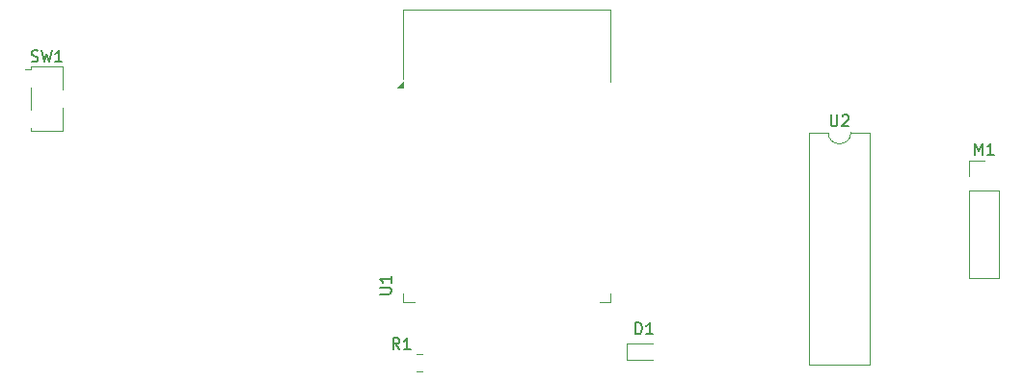
<source format=gbr>
%TF.GenerationSoftware,KiCad,Pcbnew,8.0.8*%
%TF.CreationDate,2025-02-10T17:27:11-08:00*%
%TF.ProjectId,display_pcb,64697370-6c61-4795-9f70-63622e6b6963,rev?*%
%TF.SameCoordinates,Original*%
%TF.FileFunction,Legend,Top*%
%TF.FilePolarity,Positive*%
%FSLAX46Y46*%
G04 Gerber Fmt 4.6, Leading zero omitted, Abs format (unit mm)*
G04 Created by KiCad (PCBNEW 8.0.8) date 2025-02-10 17:27:11*
%MOMM*%
%LPD*%
G01*
G04 APERTURE LIST*
%ADD10C,0.150000*%
%ADD11C,0.120000*%
G04 APERTURE END LIST*
D10*
X154635595Y-120624819D02*
X154635595Y-121434342D01*
X154635595Y-121434342D02*
X154683214Y-121529580D01*
X154683214Y-121529580D02*
X154730833Y-121577200D01*
X154730833Y-121577200D02*
X154826071Y-121624819D01*
X154826071Y-121624819D02*
X155016547Y-121624819D01*
X155016547Y-121624819D02*
X155111785Y-121577200D01*
X155111785Y-121577200D02*
X155159404Y-121529580D01*
X155159404Y-121529580D02*
X155207023Y-121434342D01*
X155207023Y-121434342D02*
X155207023Y-120624819D01*
X155635595Y-120720057D02*
X155683214Y-120672438D01*
X155683214Y-120672438D02*
X155778452Y-120624819D01*
X155778452Y-120624819D02*
X156016547Y-120624819D01*
X156016547Y-120624819D02*
X156111785Y-120672438D01*
X156111785Y-120672438D02*
X156159404Y-120720057D01*
X156159404Y-120720057D02*
X156207023Y-120815295D01*
X156207023Y-120815295D02*
X156207023Y-120910533D01*
X156207023Y-120910533D02*
X156159404Y-121053390D01*
X156159404Y-121053390D02*
X155587976Y-121624819D01*
X155587976Y-121624819D02*
X156207023Y-121624819D01*
X167277976Y-124124819D02*
X167277976Y-123124819D01*
X167277976Y-123124819D02*
X167611309Y-123839104D01*
X167611309Y-123839104D02*
X167944642Y-123124819D01*
X167944642Y-123124819D02*
X167944642Y-124124819D01*
X168944642Y-124124819D02*
X168373214Y-124124819D01*
X168658928Y-124124819D02*
X168658928Y-123124819D01*
X168658928Y-123124819D02*
X168563690Y-123267676D01*
X168563690Y-123267676D02*
X168468452Y-123362914D01*
X168468452Y-123362914D02*
X168373214Y-123410533D01*
X84446667Y-115907200D02*
X84589524Y-115954819D01*
X84589524Y-115954819D02*
X84827619Y-115954819D01*
X84827619Y-115954819D02*
X84922857Y-115907200D01*
X84922857Y-115907200D02*
X84970476Y-115859580D01*
X84970476Y-115859580D02*
X85018095Y-115764342D01*
X85018095Y-115764342D02*
X85018095Y-115669104D01*
X85018095Y-115669104D02*
X84970476Y-115573866D01*
X84970476Y-115573866D02*
X84922857Y-115526247D01*
X84922857Y-115526247D02*
X84827619Y-115478628D01*
X84827619Y-115478628D02*
X84637143Y-115431009D01*
X84637143Y-115431009D02*
X84541905Y-115383390D01*
X84541905Y-115383390D02*
X84494286Y-115335771D01*
X84494286Y-115335771D02*
X84446667Y-115240533D01*
X84446667Y-115240533D02*
X84446667Y-115145295D01*
X84446667Y-115145295D02*
X84494286Y-115050057D01*
X84494286Y-115050057D02*
X84541905Y-115002438D01*
X84541905Y-115002438D02*
X84637143Y-114954819D01*
X84637143Y-114954819D02*
X84875238Y-114954819D01*
X84875238Y-114954819D02*
X85018095Y-115002438D01*
X85351429Y-114954819D02*
X85589524Y-115954819D01*
X85589524Y-115954819D02*
X85780000Y-115240533D01*
X85780000Y-115240533D02*
X85970476Y-115954819D01*
X85970476Y-115954819D02*
X86208572Y-114954819D01*
X87113333Y-115954819D02*
X86541905Y-115954819D01*
X86827619Y-115954819D02*
X86827619Y-114954819D01*
X86827619Y-114954819D02*
X86732381Y-115097676D01*
X86732381Y-115097676D02*
X86637143Y-115192914D01*
X86637143Y-115192914D02*
X86541905Y-115240533D01*
X116763333Y-141254819D02*
X116430000Y-140778628D01*
X116191905Y-141254819D02*
X116191905Y-140254819D01*
X116191905Y-140254819D02*
X116572857Y-140254819D01*
X116572857Y-140254819D02*
X116668095Y-140302438D01*
X116668095Y-140302438D02*
X116715714Y-140350057D01*
X116715714Y-140350057D02*
X116763333Y-140445295D01*
X116763333Y-140445295D02*
X116763333Y-140588152D01*
X116763333Y-140588152D02*
X116715714Y-140683390D01*
X116715714Y-140683390D02*
X116668095Y-140731009D01*
X116668095Y-140731009D02*
X116572857Y-140778628D01*
X116572857Y-140778628D02*
X116191905Y-140778628D01*
X117715714Y-141254819D02*
X117144286Y-141254819D01*
X117430000Y-141254819D02*
X117430000Y-140254819D01*
X117430000Y-140254819D02*
X117334762Y-140397676D01*
X117334762Y-140397676D02*
X117239524Y-140492914D01*
X117239524Y-140492914D02*
X117144286Y-140540533D01*
X137479405Y-139904819D02*
X137479405Y-138904819D01*
X137479405Y-138904819D02*
X137717500Y-138904819D01*
X137717500Y-138904819D02*
X137860357Y-138952438D01*
X137860357Y-138952438D02*
X137955595Y-139047676D01*
X137955595Y-139047676D02*
X138003214Y-139142914D01*
X138003214Y-139142914D02*
X138050833Y-139333390D01*
X138050833Y-139333390D02*
X138050833Y-139476247D01*
X138050833Y-139476247D02*
X138003214Y-139666723D01*
X138003214Y-139666723D02*
X137955595Y-139761961D01*
X137955595Y-139761961D02*
X137860357Y-139857200D01*
X137860357Y-139857200D02*
X137717500Y-139904819D01*
X137717500Y-139904819D02*
X137479405Y-139904819D01*
X139003214Y-139904819D02*
X138431786Y-139904819D01*
X138717500Y-139904819D02*
X138717500Y-138904819D01*
X138717500Y-138904819D02*
X138622262Y-139047676D01*
X138622262Y-139047676D02*
X138527024Y-139142914D01*
X138527024Y-139142914D02*
X138431786Y-139190533D01*
X115024819Y-136391904D02*
X115834342Y-136391904D01*
X115834342Y-136391904D02*
X115929580Y-136344285D01*
X115929580Y-136344285D02*
X115977200Y-136296666D01*
X115977200Y-136296666D02*
X116024819Y-136201428D01*
X116024819Y-136201428D02*
X116024819Y-136010952D01*
X116024819Y-136010952D02*
X115977200Y-135915714D01*
X115977200Y-135915714D02*
X115929580Y-135868095D01*
X115929580Y-135868095D02*
X115834342Y-135820476D01*
X115834342Y-135820476D02*
X115024819Y-135820476D01*
X116024819Y-134820476D02*
X116024819Y-135391904D01*
X116024819Y-135106190D02*
X115024819Y-135106190D01*
X115024819Y-135106190D02*
X115167676Y-135201428D01*
X115167676Y-135201428D02*
X115262914Y-135296666D01*
X115262914Y-135296666D02*
X115310533Y-135391904D01*
D11*
%TO.C,U2*%
X152747500Y-122170000D02*
X152747500Y-142610000D01*
X152747500Y-142610000D02*
X158047500Y-142610000D01*
X154397500Y-122170000D02*
X152747500Y-122170000D01*
X158047500Y-122170000D02*
X156397500Y-122170000D01*
X158047500Y-142610000D02*
X158047500Y-122170000D01*
X156397500Y-122170000D02*
G75*
G02*
X154397500Y-122170000I-1000000J0D01*
G01*
%TO.C,M1*%
X169417500Y-127270000D02*
X169417500Y-134950000D01*
X166757500Y-134950000D02*
X169417500Y-134950000D01*
X166757500Y-127270000D02*
X169417500Y-127270000D01*
X166757500Y-127270000D02*
X166757500Y-134950000D01*
X166757500Y-126000000D02*
X166757500Y-124670000D01*
X166757500Y-124670000D02*
X168087500Y-124670000D01*
%TO.C,SW1*%
X87140000Y-120000000D02*
X87140000Y-122010000D01*
X87140000Y-116390000D02*
X87140000Y-118400000D01*
X87130000Y-122010000D02*
X84430000Y-122010000D01*
X84420000Y-122010000D02*
X84420000Y-121750000D01*
X84420000Y-118220000D02*
X84420000Y-120180000D01*
X84420000Y-116650000D02*
X84420000Y-116400000D01*
X84420000Y-116650000D02*
X83880000Y-116650000D01*
X84420000Y-116390000D02*
X87140000Y-116390000D01*
%TO.C,R1*%
X118290436Y-141715000D02*
X118744564Y-141715000D01*
X118290436Y-143185000D02*
X118744564Y-143185000D01*
%TO.C,D1*%
X136732500Y-140715000D02*
X136732500Y-142185000D01*
X136732500Y-142185000D02*
X139017500Y-142185000D01*
X139017500Y-140715000D02*
X136732500Y-140715000D01*
%TO.C,U1*%
X117060000Y-111340000D02*
X117060000Y-117500000D01*
X117060000Y-111340000D02*
X135300000Y-111340000D01*
X117060000Y-136300000D02*
X117060000Y-137080000D01*
X117060000Y-137080000D02*
X118060000Y-137080000D01*
X135300000Y-111340000D02*
X135300000Y-117755000D01*
X135300000Y-136300000D02*
X135300000Y-137080000D01*
X135300000Y-137080000D02*
X134300000Y-137080000D01*
X117055000Y-118225000D02*
X116555000Y-118225000D01*
X117055000Y-117725000D01*
X117055000Y-118225000D01*
G36*
X117055000Y-118225000D02*
G01*
X116555000Y-118225000D01*
X117055000Y-117725000D01*
X117055000Y-118225000D01*
G37*
%TD*%
M02*

</source>
